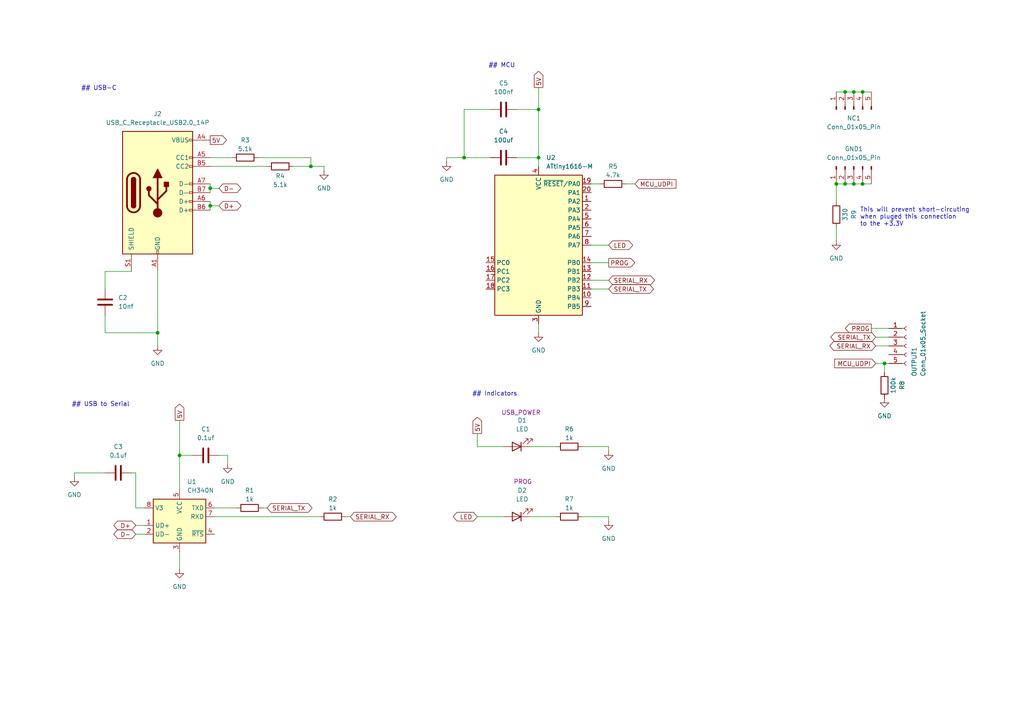
<source format=kicad_sch>
(kicad_sch (version 20231120) (generator "eeschema") (generator_version "8.0")
  (paper "A4")
  (lib_symbols
    (symbol "Connector:Conn_01x05_Pin" (pin_names (offset 1.016) hide)
      (property "Reference" "J" (at 0 7.62 0))
      (property "Value" "Conn_01x05_Pin" (at 0 -7.62 0))
      (symbol "Conn_01x05_Pin_1_1"
        (polyline (pts (xy 1.27 -5.08) (xy 0.8636 -5.08)) (stroke (width 0.1524)))
        (polyline (pts (xy 1.27 -2.54) (xy 0.8636 -2.54)) (stroke (width 0.1524)))
        (polyline (pts (xy 1.27 0) (xy 0.8636 0)) (stroke (width 0.1524)))
        (polyline (pts (xy 1.27 2.54) (xy 0.8636 2.54)) (stroke (width 0.1524)))
        (polyline (pts (xy 1.27 5.08) (xy 0.8636 5.08)) (stroke (width 0.1524)))
        (rectangle (start 0.8636 -4.953) (end 0 -5.207) (stroke (width 0.1524)) (fill (type outline)))
        (rectangle (start 0.8636 -2.413) (end 0 -2.667) (stroke (width 0.1524)) (fill (type outline)))
        (rectangle (start 0.8636 0.127) (end 0 -0.127) (stroke (width 0.1524)) (fill (type outline)))
        (rectangle (start 0.8636 2.667) (end 0 2.413) (stroke (width 0.1524)) (fill (type outline)))
        (rectangle (start 0.8636 5.207) (end 0 4.953) (stroke (width 0.1524)) (fill (type outline)))
        (pin passive line (at 5.08 5.08 180) (length 3.81) (name "Pin_1") (number "1"))
        (pin passive line (at 5.08 2.54 180) (length 3.81) (name "Pin_2") (number "2"))
        (pin passive line (at 5.08 0 180) (length 3.81) (name "Pin_3") (number "3"))
        (pin passive line (at 5.08 -2.54 180) (length 3.81) (name "Pin_4") (number "4"))
        (pin passive line (at 5.08 -5.08 180) (length 3.81) (name "Pin_5") (number "5"))
      )
    )
    (symbol "Connector:Conn_01x05_Socket" (pin_names (offset 1.016) hide)
      (property "Reference" "J" (at 0 7.62 0))
      (property "Value" "Conn_01x05_Socket" (at 0 -7.62 0))
      (symbol "Conn_01x05_Socket_1_1"
        (arc (start 0 -4.572) (mid -0.5058 -5.08) (end 0 -5.588) (stroke (width 0.1524)))
        (arc (start 0 -2.032) (mid -0.5058 -2.54) (end 0 -3.048) (stroke (width 0.1524)))
        (polyline (pts (xy -1.27 -5.08) (xy -0.508 -5.08)) (stroke (width 0.1524)))
        (polyline (pts (xy -1.27 -2.54) (xy -0.508 -2.54)) (stroke (width 0.1524)))
        (polyline (pts (xy -1.27 0) (xy -0.508 0)) (stroke (width 0.1524)))
        (polyline (pts (xy -1.27 2.54) (xy -0.508 2.54)) (stroke (width 0.1524)))
        (polyline (pts (xy -1.27 5.08) (xy -0.508 5.08)) (stroke (width 0.1524)))
        (arc (start 0 0.508) (mid -0.5058 0) (end 0 -0.508) (stroke (width 0.1524)))
        (arc (start 0 3.048) (mid -0.5058 2.54) (end 0 2.032) (stroke (width 0.1524)))
        (arc (start 0 5.588) (mid -0.5058 5.08) (end 0 4.572) (stroke (width 0.1524)))
        (pin passive line (at -5.08 5.08 0) (length 3.81) (name "Pin_1") (number "1"))
        (pin passive line (at -5.08 2.54 0) (length 3.81) (name "Pin_2") (number "2"))
        (pin passive line (at -5.08 0 0) (length 3.81) (name "Pin_3") (number "3"))
        (pin passive line (at -5.08 -2.54 0) (length 3.81) (name "Pin_4") (number "4"))
        (pin passive line (at -5.08 -5.08 0) (length 3.81) (name "Pin_5") (number "5"))
      )
    )
    (symbol "Connector:USB_C_Receptacle_USB2.0_14P" (pin_names (offset 1.016))
      (property "Reference" "J" (at 0 22.225 0))
      (property "Value" "USB_C_Receptacle_USB2.0_14P" (at 0 19.685 0))
      (symbol "USB_C_Receptacle_USB2.0_14P_0_0"
        (rectangle (start -0.254 -17.78) (end 0.254 -16.764))
        (rectangle (start 10.16 -4.826) (end 9.144 -5.334))
        (rectangle (start 10.16 -2.286) (end 9.144 -2.794))
        (rectangle (start 10.16 0.254) (end 9.144 -0.254))
        (rectangle (start 10.16 2.794) (end 9.144 2.286))
        (rectangle (start 10.16 7.874) (end 9.144 7.366))
        (rectangle (start 10.16 10.414) (end 9.144 9.906))
        (rectangle (start 10.16 15.494) (end 9.144 14.986))
      )
      (symbol "USB_C_Receptacle_USB2.0_14P_0_1"
        (rectangle (start -10.16 17.78) (end 10.16 -17.78) (stroke (width 0.254)) (fill (type background)))
        (arc (start -8.89 -3.81) (mid -6.985 -5.7067) (end -5.08 -3.81) (stroke (width 0.508)))
        (arc (start -7.62 -3.81) (mid -6.985 -4.4423) (end -6.35 -3.81) (stroke (width 0.254)))
        (arc (start -7.62 -3.81) (mid -6.985 -4.4423) (end -6.35 -3.81) (stroke (width 0.254)) (fill (type outline)))
        (rectangle (start -7.62 -3.81) (end -6.35 3.81) (stroke (width 0.254)) (fill (type outline)))
        (arc (start -6.35 3.81) (mid -6.985 4.4423) (end -7.62 3.81) (stroke (width 0.254)))
        (arc (start -6.35 3.81) (mid -6.985 4.4423) (end -7.62 3.81) (stroke (width 0.254)) (fill (type outline)))
        (arc (start -5.08 3.81) (mid -6.985 5.7067) (end -8.89 3.81) (stroke (width 0.508)))
        (circle (center -2.54 1.143) (radius 0.635) (stroke (width 0.254)) (fill (type outline)))
        (circle (center 0 -5.842) (radius 1.27) (fill (type outline)))
        (polyline (pts (xy -8.89 -3.81) (xy -8.89 3.81)) (stroke (width 0.508)))
        (polyline (pts (xy -5.08 3.81) (xy -5.08 -3.81)) (stroke (width 0.508)))
        (polyline (pts (xy 0 -5.842) (xy 0 4.318)) (stroke (width 0.508)))
        (polyline (pts (xy 0 -3.302) (xy -2.54 -0.762) (xy -2.54 0.508)) (stroke (width 0.508)))
        (polyline (pts (xy 0 -2.032) (xy 2.54 0.508) (xy 2.54 1.778)) (stroke (width 0.508)))
        (polyline (pts (xy -1.27 4.318) (xy 0 6.858) (xy 1.27 4.318) (xy -1.27 4.318)) (stroke (width 0.254)) (fill (type outline)))
        (rectangle (start 1.905 1.778) (end 3.175 3.048) (stroke (width 0.254)) (fill (type outline)))
      )
      (symbol "USB_C_Receptacle_USB2.0_14P_1_1"
        (pin passive line (at 0 -22.86 90) (length 5.08) (name "GND") (number "A1"))
        (pin passive line (at 0 -22.86 90) (length 5.08) hide (name "GND") (number "A12"))
        (pin passive line (at 15.24 15.24 180) (length 5.08) (name "VBUS") (number "A4"))
        (pin bidirectional line (at 15.24 10.16 180) (length 5.08) (name "CC1") (number "A5"))
        (pin bidirectional line (at 15.24 -2.54 180) (length 5.08) (name "D+") (number "A6"))
        (pin bidirectional line (at 15.24 2.54 180) (length 5.08) (name "D-") (number "A7"))
        (pin passive line (at 15.24 15.24 180) (length 5.08) hide (name "VBUS") (number "A9"))
        (pin passive line (at 0 -22.86 90) (length 5.08) hide (name "GND") (number "B1"))
        (pin passive line (at 0 -22.86 90) (length 5.08) hide (name "GND") (number "B12"))
        (pin passive line (at 15.24 15.24 180) (length 5.08) hide (name "VBUS") (number "B4"))
        (pin bidirectional line (at 15.24 7.62 180) (length 5.08) (name "CC2") (number "B5"))
        (pin bidirectional line (at 15.24 -5.08 180) (length 5.08) (name "D+") (number "B6"))
        (pin bidirectional line (at 15.24 0 180) (length 5.08) (name "D-") (number "B7"))
        (pin passive line (at 15.24 15.24 180) (length 5.08) hide (name "VBUS") (number "B9"))
        (pin passive line (at -7.62 -22.86 90) (length 5.08) (name "SHIELD") (number "S1"))
      )
    )
    (symbol "Device:C" (pin_numbers hide) (pin_names (offset 0.254))
      (property "Reference" "C" (at 0.635 2.54 0))
      (property "Value" "C" (at 0.635 -2.54 0))
      (symbol "C_0_1"
        (polyline (pts (xy -2.032 -0.762) (xy 2.032 -0.762)) (stroke (width 0.508)))
        (polyline (pts (xy -2.032 0.762) (xy 2.032 0.762)) (stroke (width 0.508)))
      )
      (symbol "C_1_1"
        (pin passive line (at 0 3.81 270) (length 2.794) (name "~") (number "1"))
        (pin passive line (at 0 -3.81 90) (length 2.794) (name "~") (number "2"))
      )
    )
    (symbol "Device:LED" (pin_numbers hide) (pin_names (offset 1.016) hide)
      (property "Reference" "D" (at 0 2.54 0))
      (property "Value" "LED" (at 0 -2.54 0))
      (symbol "LED_0_1"
        (polyline (pts (xy -1.27 -1.27) (xy -1.27 1.27)) (stroke (width 0.254)))
        (polyline (pts (xy -1.27 0) (xy 1.27 0)))
        (polyline (pts (xy 1.27 -1.27) (xy 1.27 1.27) (xy -1.27 0) (xy 1.27 -1.27)) (stroke (width 0.254)))
        (polyline (pts (xy -3.048 -0.762) (xy -4.572 -2.286) (xy -3.81 -2.286) (xy -4.572 -2.286) (xy -4.572 -1.524)))
        (polyline (pts (xy -1.778 -0.762) (xy -3.302 -2.286) (xy -2.54 -2.286) (xy -3.302 -2.286) (xy -3.302 -1.524)))
      )
      (symbol "LED_1_1"
        (pin passive line (at -3.81 0 0) (length 2.54) (name "K") (number "1"))
        (pin passive line (at 3.81 0 180) (length 2.54) (name "A") (number "2"))
      )
    )
    (symbol "Device:R" (pin_numbers hide) (pin_names (offset 0))
      (property "Reference" "R" (at 2.032 0 90))
      (property "Value" "R" (at 0 0 90))
      (symbol "R_0_1"
        (rectangle (start -1.016 -2.54) (end 1.016 2.54) (stroke (width 0.254)))
      )
      (symbol "R_1_1"
        (pin passive line (at 0 3.81 270) (length 1.27) (name "~") (number "1"))
        (pin passive line (at 0 -3.81 90) (length 1.27) (name "~") (number "2"))
      )
    )
    (symbol "Interface_USB:CH340N"
      (property "Reference" "U" (at -7.62 6.35 0))
      (property "Value" "CH340N" (at 7.62 6.35 0))
      (symbol "CH340N_0_1"
        (rectangle (start -7.62 5.08) (end 7.62 -7.62) (stroke (width 0.254)) (fill (type background)))
      )
      (symbol "CH340N_1_1"
        (pin bidirectional line (at -10.16 -2.54 0) (length 2.54) (name "UD+") (number "1"))
        (pin bidirectional line (at -10.16 -5.08 0) (length 2.54) (name "UD-") (number "2"))
        (pin power_in line (at 0 -10.16 90) (length 2.54) (name "GND") (number "3"))
        (pin output line (at 10.16 -5.08 180) (length 2.54) (name "~{RTS}") (number "4"))
        (pin power_in line (at 0 7.62 270) (length 2.54) (name "VCC") (number "5"))
        (pin output line (at 10.16 2.54 180) (length 2.54) (name "TXD") (number "6"))
        (pin input line (at 10.16 0 180) (length 2.54) (name "RXD") (number "7"))
        (pin passive line (at -10.16 2.54 0) (length 2.54) (name "V3") (number "8"))
      )
    )
    (symbol "MCU_Microchip_ATtiny:ATtiny1616-M"
      (property "Reference" "U" (at -12.7 21.59 0))
      (property "Value" "ATtiny1616-M" (at 2.54 -21.59 0))
      (symbol "ATtiny1616-M_0_1"
        (rectangle (start -12.7 -20.32) (end 12.7 20.32) (stroke (width 0.254)) (fill (type background)))
      )
      (symbol "ATtiny1616-M_1_1"
        (pin bidirectional line (at 15.24 12.7 180) (length 2.54) (name "PA2") (number "1"))
        (pin bidirectional line (at 15.24 -15.24 180) (length 2.54) (name "PB4") (number "10"))
        (pin bidirectional line (at 15.24 -12.7 180) (length 2.54) (name "PB3") (number "11"))
        (pin bidirectional line (at 15.24 -10.16 180) (length 2.54) (name "PB2") (number "12"))
        (pin bidirectional line (at 15.24 -7.62 180) (length 2.54) (name "PB1") (number "13"))
        (pin bidirectional line (at 15.24 -5.08 180) (length 2.54) (name "PB0") (number "14"))
        (pin bidirectional line (at -15.24 -5.08 0) (length 2.54) (name "PC0") (number "15"))
        (pin bidirectional line (at -15.24 -7.62 0) (length 2.54) (name "PC1") (number "16"))
        (pin bidirectional line (at -15.24 -10.16 0) (length 2.54) (name "PC2") (number "17"))
        (pin bidirectional line (at -15.24 -12.7 0) (length 2.54) (name "PC3") (number "18"))
        (pin bidirectional line (at 15.24 17.78 180) (length 2.54) (name "~{RESET}/PA0") (number "19"))
        (pin bidirectional line (at 15.24 10.16 180) (length 2.54) (name "PA3") (number "2"))
        (pin bidirectional line (at 15.24 15.24 180) (length 2.54) (name "PA1") (number "20"))
        (pin passive line (at 0 -22.86 90) (length 2.54) hide (name "GND") (number "21"))
        (pin power_in line (at 0 -22.86 90) (length 2.54) (name "GND") (number "3"))
        (pin power_in line (at 0 22.86 270) (length 2.54) (name "VCC") (number "4"))
        (pin bidirectional line (at 15.24 7.62 180) (length 2.54) (name "PA4") (number "5"))
        (pin bidirectional line (at 15.24 5.08 180) (length 2.54) (name "PA5") (number "6"))
        (pin bidirectional line (at 15.24 2.54 180) (length 2.54) (name "PA6") (number "7"))
        (pin bidirectional line (at 15.24 0 180) (length 2.54) (name "PA7") (number "8"))
        (pin bidirectional line (at 15.24 -17.78 180) (length 2.54) (name "PB5") (number "9"))
      )
    )
    (symbol "power:GND" (power) (pin_numbers hide) (pin_names (offset 0) hide)
      (property "Value" "GND" (at 0 -3.81 0))
      (symbol "GND_0_1"
        (polyline (pts (xy 0 0) (xy 0 -1.27) (xy 1.27 -1.27) (xy 0 -2.54) (xy -1.27 -1.27) (xy 0 -1.27)))
      )
      (symbol "GND_1_1"
        (pin power_in line (at 0 0 270) (length 0) (name "~") (number "1"))
      )
    )
  )
  (junction (at 256.54 105.41))
  (junction (at 250.19 26.67))
  (junction (at 45.72 96.52))
  (junction (at 245.11 53.34))
  (junction (at 90.17 48.26))
  (junction (at 52.07 132.08))
  (junction (at 60.96 54.61))
  (junction (at 247.65 53.34))
  (junction (at 156.21 31.75))
  (junction (at 60.96 59.69))
  (junction (at 134.62 45.72))
  (junction (at 250.19 53.34))
  (junction (at 156.21 45.72))
  (junction (at 247.65 26.67))
  (junction (at 242.57 53.34))
  (junction (at 245.11 26.67))
  (wire (pts (xy 76.2 147.32) (xy 77.47 147.32)))
  (wire (pts (xy 30.48 91.44) (xy 30.48 96.52)))
  (wire (pts (xy 85.09 48.26) (xy 90.17 48.26)))
  (wire (pts (xy 62.23 149.86) (xy 92.71 149.86)))
  (wire (pts (xy 52.07 165.1) (xy 52.07 160.02)))
  (wire (pts (xy 156.21 45.72) (xy 156.21 48.26)))
  (wire (pts (xy 245.11 53.34) (xy 247.65 53.34)))
  (wire (pts (xy 254 97.79) (xy 257.81 97.79)))
  (wire (pts (xy 138.43 125.73) (xy 138.43 129.54)))
  (wire (pts (xy 129.54 45.72) (xy 129.54 46.99)))
  (wire (pts (xy 52.07 121.92) (xy 52.07 132.08)))
  (wire (pts (xy 171.45 76.2) (xy 176.53 76.2)))
  (wire (pts (xy 45.72 96.52) (xy 45.72 78.74)))
  (wire (pts (xy 176.53 151.13) (xy 176.53 149.86)))
  (wire (pts (xy 242.57 26.67) (xy 245.11 26.67)))
  (wire (pts (xy 93.98 49.53) (xy 93.98 48.26)))
  (wire (pts (xy 153.67 129.54) (xy 161.29 129.54)))
  (wire (pts (xy 156.21 25.4) (xy 156.21 31.75)))
  (wire (pts (xy 245.11 26.67) (xy 247.65 26.67)))
  (wire (pts (xy 242.57 53.34) (xy 245.11 53.34)))
  (wire (pts (xy 142.24 45.72) (xy 134.62 45.72)))
  (wire (pts (xy 63.5 59.69) (xy 60.96 59.69)))
  (wire (pts (xy 66.04 132.08) (xy 66.04 134.62)))
  (wire (pts (xy 250.19 53.34) (xy 252.73 53.34)))
  (wire (pts (xy 149.86 31.75) (xy 156.21 31.75)))
  (wire (pts (xy 156.21 96.52) (xy 156.21 93.98)))
  (wire (pts (xy 134.62 31.75) (xy 134.62 45.72)))
  (wire (pts (xy 52.07 132.08) (xy 55.88 132.08)))
  (wire (pts (xy 149.86 45.72) (xy 156.21 45.72)))
  (wire (pts (xy 60.96 54.61) (xy 63.5 54.61)))
  (wire (pts (xy 171.45 81.28) (xy 176.53 81.28)))
  (wire (pts (xy 176.53 130.81) (xy 176.53 129.54)))
  (wire (pts (xy 247.65 53.34) (xy 250.19 53.34)))
  (wire (pts (xy 252.73 95.25) (xy 257.81 95.25)))
  (wire (pts (xy 254 100.33) (xy 257.81 100.33)))
  (wire (pts (xy 30.48 78.74) (xy 30.48 83.82)))
  (wire (pts (xy 90.17 45.72) (xy 90.17 48.26)))
  (wire (pts (xy 171.45 53.34) (xy 173.99 53.34)))
  (wire (pts (xy 39.37 137.16) (xy 39.37 147.32)))
  (wire (pts (xy 39.37 152.4) (xy 41.91 152.4)))
  (wire (pts (xy 156.21 31.75) (xy 156.21 45.72)))
  (wire (pts (xy 171.45 83.82) (xy 176.53 83.82)))
  (wire (pts (xy 45.72 100.33) (xy 45.72 96.52)))
  (wire (pts (xy 39.37 147.32) (xy 41.91 147.32)))
  (wire (pts (xy 39.37 154.94) (xy 41.91 154.94)))
  (wire (pts (xy 181.61 53.34) (xy 184.15 53.34)))
  (wire (pts (xy 134.62 45.72) (xy 129.54 45.72)))
  (wire (pts (xy 63.5 132.08) (xy 66.04 132.08)))
  (wire (pts (xy 60.96 54.61) (xy 60.96 55.88)))
  (wire (pts (xy 52.07 132.08) (xy 52.07 142.24)))
  (wire (pts (xy 142.24 31.75) (xy 134.62 31.75)))
  (wire (pts (xy 21.59 137.16) (xy 30.48 137.16)))
  (wire (pts (xy 60.96 48.26) (xy 77.47 48.26)))
  (wire (pts (xy 242.57 66.04) (xy 242.57 69.85)))
  (wire (pts (xy 250.19 26.67) (xy 252.73 26.67)))
  (wire (pts (xy 153.67 149.86) (xy 161.29 149.86)))
  (wire (pts (xy 242.57 53.34) (xy 242.57 58.42)))
  (wire (pts (xy 30.48 96.52) (xy 45.72 96.52)))
  (wire (pts (xy 138.43 149.86) (xy 146.05 149.86)))
  (wire (pts (xy 171.45 71.12) (xy 176.53 71.12)))
  (wire (pts (xy 256.54 105.41) (xy 257.81 105.41)))
  (wire (pts (xy 60.96 45.72) (xy 67.31 45.72)))
  (wire (pts (xy 38.1 137.16) (xy 39.37 137.16)))
  (wire (pts (xy 60.96 58.42) (xy 60.96 59.69)))
  (wire (pts (xy 168.91 149.86) (xy 176.53 149.86)))
  (wire (pts (xy 90.17 48.26) (xy 93.98 48.26)))
  (wire (pts (xy 74.93 45.72) (xy 90.17 45.72)))
  (wire (pts (xy 256.54 105.41) (xy 256.54 107.95)))
  (wire (pts (xy 101.6 149.86) (xy 100.33 149.86)))
  (wire (pts (xy 62.23 147.32) (xy 68.58 147.32)))
  (wire (pts (xy 60.96 53.34) (xy 60.96 54.61)))
  (wire (pts (xy 38.1 78.74) (xy 30.48 78.74)))
  (wire (pts (xy 254 105.41) (xy 256.54 105.41)))
  (wire (pts (xy 247.65 26.67) (xy 250.19 26.67)))
  (wire (pts (xy 138.43 129.54) (xy 146.05 129.54)))
  (wire (pts (xy 21.59 138.43) (xy 21.59 137.16)))
  (wire (pts (xy 168.91 129.54) (xy 176.53 129.54)))
  (wire (pts (xy 60.96 59.69) (xy 60.96 60.96)))
  (text "## USB-C" (at 28.702 25.654 0) (effects (font (size 1.27 1.27))))
  (text "## USB to Serial" (at 29.21 117.348 0) (effects (font (size 1.27 1.27))))
  (text "## Indicators" (at 143.51 114.3 0) (effects (font (size 1.27 1.27))))
  (text "This will prevent short-circuting\nwhen pluged this connection\nto the +3.3V" (at 249.428 62.992 0) (effects (font (size 1.27 1.27)) (justify left)))
  (text "## MCU" (at 145.542 19.05 0) (effects (font (size 1.27 1.27))))
  (global_label "LED" (shape bidirectional) (at 176.53 71.12 0) (property "Intersheetrefs" "${INTERSHEET_REFS}" (effects (hide yes))))
  (global_label "5V" (shape output) (at 156.21 25.4 90) (property "Intersheetrefs" "${INTERSHEET_REFS}" (effects (hide yes))))
  (global_label "5V" (shape output) (at 52.07 121.92 90) (property "Intersheetrefs" "${INTERSHEET_REFS}" (effects (hide yes))))
  (global_label "5V" (shape output) (at 60.96 40.64 0) (property "Intersheetrefs" "${INTERSHEET_REFS}" (effects (hide yes))))
  (global_label "SERIAL_TX" (shape bidirectional) (at 77.47 147.32 0) (property "Intersheetrefs" "${INTERSHEET_REFS}" (effects (hide yes))))
  (global_label "MCU_UDPI" (shape input) (at 184.15 53.34 0) (property "Intersheetrefs" "${INTERSHEET_REFS}" (effects (hide yes))))
  (global_label "SERIAL_TX" (shape bidirectional) (at 254 97.79 180) (property "Intersheetrefs" "${INTERSHEET_REFS}" (effects (hide yes))))
  (global_label "LED" (shape bidirectional) (at 138.43 149.86 180) (property "Intersheetrefs" "${INTERSHEET_REFS}" (effects (hide yes))))
  (global_label "SERIAL_RX" (shape bidirectional) (at 101.6 149.86 0) (property "Intersheetrefs" "${INTERSHEET_REFS}" (effects (hide yes))))
  (global_label "SERIAL_RX" (shape bidirectional) (at 176.53 81.28 0) (property "Intersheetrefs" "${INTERSHEET_REFS}" (effects (hide yes))))
  (global_label "5V" (shape output) (at 138.43 125.73 90) (property "Intersheetrefs" "${INTERSHEET_REFS}" (effects (hide yes))))
  (global_label "D+" (shape bidirectional) (at 39.37 152.4 180) (property "Intersheetrefs" "${INTERSHEET_REFS}" (effects (hide yes))))
  (global_label "D-" (shape bidirectional) (at 39.37 154.94 180) (property "Intersheetrefs" "${INTERSHEET_REFS}" (effects (hide yes))))
  (global_label "MCU_UDPI" (shape input) (at 254 105.41 180) (property "Intersheetrefs" "${INTERSHEET_REFS}" (effects (hide yes))))
  (global_label "PROG" (shape output) (at 252.73 95.25 180) (property "Intersheetrefs" "${INTERSHEET_REFS}" (effects (hide yes))))
  (global_label "SERIAL_TX" (shape bidirectional) (at 176.53 83.82 0) (property "Intersheetrefs" "${INTERSHEET_REFS}" (effects (hide yes))))
  (global_label "SERIAL_RX" (shape bidirectional) (at 254 100.33 180) (property "Intersheetrefs" "${INTERSHEET_REFS}" (effects (hide yes))))
  (global_label "PROG" (shape output) (at 176.53 76.2 0) (property "Intersheetrefs" "${INTERSHEET_REFS}" (effects (hide yes))))
  (global_label "D-" (shape bidirectional) (at 63.5 54.61 0) (property "Intersheetrefs" "${INTERSHEET_REFS}" (effects (hide yes))))
  (global_label "D+" (shape bidirectional) (at 63.5 59.69 0) (property "Intersheetrefs" "${INTERSHEET_REFS}" (effects (hide yes))))
  (symbol (lib_id "Device:R") (at 165.1 149.86 90) (unit 1)
    (property "Reference" "R7" (at 165.1 144.78 90))
    (property "Value" "1k" (at 165.1 147.32 90))
    (property "Footprint" "Resistor_SMD:R_0603_1608Metric" (effects (hide yes)))
    (property "Description" "Resistor" (effects (hide yes)))
  )
  (symbol (lib_id "power:GND") (at 93.98 49.53 0) (unit 1)
    (property "Reference" "#PWR02" (effects (hide yes)))
    (property "Value" "GND" (at 93.98 54.61 0))
    (property "Description" "Power symbol creates a global label with name \"GND\" , ground" (effects (hide yes)))
  )
  (symbol (lib_id "Device:C") (at 30.48 87.63 0) (unit 1)
    (property "Reference" "C2" (at 34.29 86.3599 0) (effects (justify left)))
    (property "Value" "10nf" (at 34.29 88.8999 0) (effects (justify left)))
    (property "Footprint" "Capacitor_SMD:C_0805_2012Metric" (effects (hide yes)))
    (property "Description" "Unpolarized capacitor" (effects (hide yes)))
  )
  (symbol (lib_id "Connector:Conn_01x05_Socket") (at 262.89 100.33 0) (unit 1) (exclude_from_sim yes)
    (property "Reference" "OUTPUT1" (at 265.176 109.22 90) (effects (justify left)))
    (property "Value" "Conn_01x05_Socket" (at 267.716 109.22 90) (effects (justify left)))
    (property "Footprint" "Connector_PinSocket_2.54mm:PinSocket_1x05_P2.54mm_Vertical" (effects (hide yes)))
    (property "Description" "Generic connector, single row, 01x05, script generated" (effects (hide yes)))
  )
  (symbol (lib_id "Connector:Conn_01x05_Pin") (at 247.65 48.26 90) (mirror x) (unit 1) (exclude_from_sim yes)
    (property "Reference" "GND1" (at 247.65 43.18 90))
    (property "Value" "Conn_01x05_Pin" (at 247.65 45.72 90))
    (property "Footprint" "Connector_PinHeader_2.54mm:PinHeader_1x05_P2.54mm_Vertical" (effects (hide yes)))
    (property "Description" "Generic connector, single row, 01x05, script generated" (effects (hide yes)))
  )
  (symbol (lib_id "power:GND") (at 21.59 138.43 0) (unit 1)
    (property "Reference" "#PWR06" (effects (hide yes)))
    (property "Value" "GND" (at 21.59 143.51 0))
    (property "Description" "Power symbol creates a global label with name \"GND\" , ground" (effects (hide yes)))
  )
  (symbol (lib_id "MCU_Microchip_ATtiny:ATtiny1616-M") (at 156.21 71.12 0) (unit 1)
    (property "Reference" "U2" (at 158.4041 45.72 0) (effects (justify left)))
    (property "Value" "ATtiny1616-M" (at 158.4041 48.26 0) (effects (justify left)))
    (property "Footprint" "Package_DFN_QFN:VQFN-20-1EP_3x3mm_P0.4mm_EP1.7x1.7mm" (effects (hide yes)))
    (property "Datasheet" "http://ww1.microchip.com/downloads/en/DeviceDoc/ATtiny3216_ATtiny1616-data-sheet-40001997B.pdf" (effects (hide yes)))
    (property "Description" "20MHz, 16kB Flash, 2kB SRAM, 256B EEPROM, VQFN-20" (effects (hide yes)))
  )
  (symbol (lib_id "Device:R") (at 165.1 129.54 90) (unit 1)
    (property "Reference" "R6" (at 165.1 124.46 90))
    (property "Value" "1k" (at 165.1 127 90))
    (property "Footprint" "Resistor_SMD:R_0603_1608Metric" (effects (hide yes)))
    (property "Description" "Resistor" (effects (hide yes)))
  )
  (symbol (lib_id "Device:LED") (at 149.86 129.54 180) (unit 1)
    (property "Reference" "D1" (at 151.4475 121.92 0))
    (property "Value" "LED" (at 151.4475 124.46 0))
    (property "Footprint" "LED_SMD:LED_0603_1608Metric" (effects (hide yes)))
    (property "Description" "Light emitting diode" (effects (hide yes)))
    (property "Comment" "USB_POWER" (at 151.13 119.634 0))
  )
  (symbol (lib_id "power:GND") (at 156.21 96.52 0) (unit 1)
    (property "Reference" "#PWR010" (effects (hide yes)))
    (property "Value" "GND" (at 156.21 101.6 0))
    (property "Description" "Power symbol creates a global label with name \"GND\" , ground" (effects (hide yes)))
  )
  (symbol (lib_id "Device:R") (at 96.52 149.86 90) (unit 1)
    (property "Reference" "R2" (at 96.52 144.78 90))
    (property "Value" "1k" (at 96.52 147.32 90))
    (property "Footprint" "Resistor_SMD:R_0603_1608Metric" (effects (hide yes)))
    (property "Description" "Resistor" (effects (hide yes)))
  )
  (symbol (lib_id "power:GND") (at 66.04 134.62 0) (unit 1)
    (property "Reference" "#PWR05" (effects (hide yes)))
    (property "Value" "GND" (at 66.04 139.7 0))
    (property "Description" "Power symbol creates a global label with name \"GND\" , ground" (effects (hide yes)))
  )
  (symbol (lib_id "Device:LED") (at 149.86 149.86 180) (unit 1)
    (property "Reference" "D2" (at 151.4475 142.24 0))
    (property "Value" "LED" (at 151.4475 144.78 0))
    (property "Footprint" "LED_SMD:LED_0603_1608Metric" (effects (hide yes)))
    (property "Description" "Light emitting diode" (effects (hide yes)))
    (property "Comment" "PROG" (at 151.638 139.7 0))
  )
  (symbol (lib_id "Device:C") (at 146.05 45.72 90) (unit 1)
    (property "Reference" "C4" (at 146.05 38.1 90))
    (property "Value" "100uf" (at 146.05 40.64 90))
    (property "Footprint" "Capacitor_SMD:C_1206_3216Metric" (effects (hide yes)))
    (property "Description" "Unpolarized capacitor" (effects (hide yes)))
  )
  (symbol (lib_id "power:GND") (at 52.07 165.1 0) (unit 1)
    (property "Reference" "#PWR07" (effects (hide yes)))
    (property "Value" "GND" (at 52.07 170.18 0))
    (property "Description" "Power symbol creates a global label with name \"GND\" , ground" (effects (hide yes)))
  )
  (symbol (lib_id "Device:R") (at 72.39 147.32 90) (unit 1)
    (property "Reference" "R1" (at 72.39 142.24 90))
    (property "Value" "1k" (at 72.39 144.78 90))
    (property "Footprint" "Resistor_SMD:R_0603_1608Metric" (effects (hide yes)))
    (property "Description" "Resistor" (effects (hide yes)))
  )
  (symbol (lib_id "Connector:USB_C_Receptacle_USB2.0_14P") (at 45.72 55.88 0) (unit 1)
    (property "Reference" "J2" (at 45.72 33.02 0))
    (property "Value" "USB_C_Receptacle_USB2.0_14P" (at 45.72 35.56 0))
    (property "Footprint" "BreadModular_TypeC:HRO-TYPE-C-31-M-12" (effects (hide yes)))
    (property "Datasheet" "https://www.usb.org/sites/default/files/documents/usb_type-c.zip" (effects (hide yes)))
    (property "Description" "USB 2.0-only 14P Type-C Receptacle connector" (effects (hide yes)))
  )
  (symbol (lib_id "Device:R") (at 71.12 45.72 90) (unit 1)
    (property "Reference" "R3" (at 71.12 40.64 90))
    (property "Value" "5.1k" (at 71.12 43.18 90))
    (property "Footprint" "Resistor_SMD:R_0603_1608Metric" (effects (hide yes)))
    (property "Description" "Resistor" (effects (hide yes)))
  )
  (symbol (lib_id "Device:C") (at 34.29 137.16 90) (unit 1)
    (property "Reference" "C3" (at 34.29 129.54 90))
    (property "Value" "0.1uf" (at 34.29 132.08 90))
    (property "Footprint" "Capacitor_SMD:C_0402_1005Metric" (effects (hide yes)))
    (property "Description" "Unpolarized capacitor" (effects (hide yes)))
  )
  (symbol (lib_id "Device:C") (at 59.69 132.08 90) (unit 1)
    (property "Reference" "C1" (at 59.69 124.46 90))
    (property "Value" "0.1uf" (at 59.69 127 90))
    (property "Footprint" "Capacitor_SMD:C_0402_1005Metric" (effects (hide yes)))
    (property "Description" "Unpolarized capacitor" (effects (hide yes)))
  )
  (symbol (lib_id "Interface_USB:CH340N") (at 52.07 149.86 0) (unit 1)
    (property "Reference" "U1" (at 54.2641 139.7 0) (effects (justify left)))
    (property "Value" "CH340N" (at 54.2641 142.24 0) (effects (justify left)))
    (property "Footprint" "Package_SO:SOP-8_3.9x4.9mm_P1.27mm" (effects (hide yes)))
    (property "Datasheet" "https://aitendo3.sakura.ne.jp/aitendo_data/product_img/ic/inteface/CH340N/ch340n.pdf" (effects (hide yes)))
    (property "Description" "USB serial converter, 2Mbps, UART, SOP-8" (effects (hide yes)))
  )
  (symbol (lib_id "power:GND") (at 242.57 69.85 0) (unit 1)
    (property "Reference" "#PWR03" (effects (hide yes)))
    (property "Value" "GND" (at 242.57 74.93 0))
    (property "Description" "Power symbol creates a global label with name \"GND\" , ground" (effects (hide yes)))
  )
  (symbol (lib_id "power:GND") (at 256.54 115.57 0) (unit 1)
    (property "Reference" "#PWR08" (effects (hide yes)))
    (property "Value" "GND" (at 256.54 120.65 0))
    (property "Description" "Power symbol creates a global label with name \"GND\" , ground" (effects (hide yes)))
  )
  (symbol (lib_id "Device:R") (at 242.57 62.23 0) (unit 1)
    (property "Reference" "R9" (at 247.65 62.23 90))
    (property "Value" "330" (at 245.11 62.23 90))
    (property "Footprint" "Resistor_SMD:R_0402_1005Metric" (effects (hide yes)))
    (property "Description" "Resistor" (effects (hide yes)))
  )
  (symbol (lib_id "power:GND") (at 176.53 151.13 0) (unit 1)
    (property "Reference" "#PWR012" (effects (hide yes)))
    (property "Value" "GND" (at 176.53 156.21 0))
    (property "Description" "Power symbol creates a global label with name \"GND\" , ground" (effects (hide yes)))
  )
  (symbol (lib_id "Connector:Conn_01x05_Pin") (at 247.65 31.75 90) (unit 1) (exclude_from_sim yes)
    (property "Reference" "NC1" (at 247.65 34.29 90))
    (property "Value" "Conn_01x05_Pin" (at 247.65 36.83 90))
    (property "Footprint" "Connector_PinHeader_2.54mm:PinHeader_1x05_P2.54mm_Vertical" (effects (hide yes)))
    (property "Description" "Generic connector, single row, 01x05, script generated" (effects (hide yes)))
  )
  (symbol (lib_id "Device:C") (at 146.05 31.75 90) (unit 1)
    (property "Reference" "C5" (at 146.05 24.13 90))
    (property "Value" "100nf" (at 146.05 26.67 90))
    (property "Footprint" "Capacitor_SMD:C_0402_1005Metric" (effects (hide yes)))
    (property "Description" "Unpolarized capacitor" (effects (hide yes)))
  )
  (symbol (lib_id "power:GND") (at 176.53 130.81 0) (unit 1)
    (property "Reference" "#PWR011" (effects (hide yes)))
    (property "Value" "GND" (at 176.53 135.89 0))
    (property "Description" "Power symbol creates a global label with name \"GND\" , ground" (effects (hide yes)))
  )
  (symbol (lib_id "power:GND") (at 129.54 46.99 0) (unit 1)
    (property "Reference" "#PWR09" (effects (hide yes)))
    (property "Value" "GND" (at 129.54 52.07 0))
    (property "Description" "Power symbol creates a global label with name \"GND\" , ground" (effects (hide yes)))
  )
  (symbol (lib_id "Device:R") (at 81.28 48.26 90) (unit 1)
    (property "Reference" "R4" (at 81.28 51.054 90))
    (property "Value" "5.1k" (at 81.28 53.594 90))
    (property "Footprint" "Resistor_SMD:R_0603_1608Metric" (effects (hide yes)))
    (property "Description" "Resistor" (effects (hide yes)))
  )
  (symbol (lib_id "power:GND") (at 45.72 100.33 0) (unit 1)
    (property "Reference" "#PWR01" (effects (hide yes)))
    (property "Value" "GND" (at 45.72 105.41 0))
    (property "Description" "Power symbol creates a global label with name \"GND\" , ground" (effects (hide yes)))
  )
  (symbol (lib_id "Device:R") (at 256.54 111.76 0) (unit 1)
    (property "Reference" "R8" (at 261.62 111.76 90))
    (property "Value" "100k" (at 259.08 111.76 90))
    (property "Footprint" "Resistor_SMD:R_0402_1005Metric" (effects (hide yes)))
    (property "Description" "Resistor" (effects (hide yes)))
  )
  (symbol (lib_id "Device:R") (at 177.8 53.34 90) (unit 1)
    (property "Reference" "R5" (at 177.8 48.26 90))
    (property "Value" "4.7k" (at 177.8 50.8 90))
    (property "Footprint" "Resistor_SMD:R_0603_1608Metric" (effects (hide yes)))
    (property "Description" "Resistor" (effects (hide yes)))
  )
)
</source>
